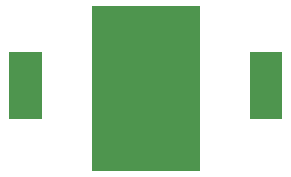
<source format=gts>
%TF.GenerationSoftware,KiCad,Pcbnew,4.0.5-e0-6337~49~ubuntu16.04.1*%
%TF.CreationDate,2017-02-13T23:52:32-08:00*%
%TF.ProjectId,3x3-CR2032-Coin-Cell,3378332D4352323033322D436F696E2D,1.0*%
%TF.FileFunction,Soldermask,Top*%
%FSLAX46Y46*%
G04 Gerber Fmt 4.6, Leading zero omitted, Abs format (unit mm)*
G04 Created by KiCad (PCBNEW 4.0.5-e0-6337~49~ubuntu16.04.1) date Mon Feb 13 23:52:32 2017*
%MOMM*%
%LPD*%
G01*
G04 APERTURE LIST*
%ADD10C,0.350000*%
G04 APERTURE END LIST*
D10*
G36*
X33859400Y-70604200D02*
X24707000Y-70604200D01*
X24707000Y-56651800D01*
X33859400Y-56651800D01*
X33859400Y-70604200D01*
X33859400Y-70604200D01*
G37*
G36*
X40863400Y-66230200D02*
X38111000Y-66230200D01*
X38111000Y-60517800D01*
X40863400Y-60517800D01*
X40863400Y-66230200D01*
X40863400Y-66230200D01*
G37*
G36*
X20463400Y-66230200D02*
X17711000Y-66230200D01*
X17711000Y-60517800D01*
X20463400Y-60517800D01*
X20463400Y-66230200D01*
X20463400Y-66230200D01*
G37*
M02*

</source>
